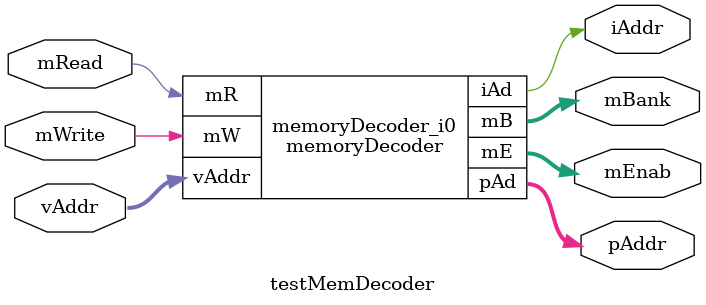
<source format=v>
/*
 * Generated by Digital. Don't modify this file!
 * Any changes will be lost if this file is regenerated.
 */
module memoryDecoder(
    input [31:0] vAddr,
    input mW,
    input mR,
    output reg [12:0] pAd,
    output reg[2:0] mE,
    output reg[1:0] mB,
    output reg iAd
);

parameter [31:0] startg=32'h10010000;
parameter [31:0] endg=32'h10011000;
parameter [31:0] starts=32'h7FFFEFFC;
parameter [31:0] ends=32'h7FFFFFFC;
parameter [31:0] startvga=32'hb800;
parameter [31:0] endvga = 32'hcabf;
parameter [31:0] startio = 32'hffff0000;
parameter [31:0] endio = 32'hffff000f;
reg [31:0] temp;

always @(*)

if(mW | mR) 
begin
    if(vAddr>= startg & vAddr<endg)begin
        temp = vAddr - 32'h10010000;
	    pAd = temp;
        iAd = 1'b0;
        mE = 3'b001; //enable datamemory
        mB = 2'b00; //accediendo datamemory
    end else if(vAddr >= starts & vAddr<ends)begin
	temp= vAddr - 32'h7fffdffc;
     	pAd = temp;
        iAd = 1'b0;
        mE = 3'b001;//enable data memory
        mB = 2'b00;//accediendo datamemory
    end else if(vAddr>=startvga & vAddr<=endvga)begin
        temp = vAddr - 32'hb800;
        pAd = temp;
        iAd = 1'b0;
        mE = 3'b010;//enable vga
        mB = 2'b01;//accediendo vga
    end else if(vAddr>=startio & vAddr<=endio)begin
        temp = vAddr - 32'hFFFF0000;
        pAd = temp;
        iAd = 1'b0;
        mE = 3'b100;//enable I/O
        mB = 2'b10;//accediendio I/O
    end else begin
        pAd = 13'd0;
        iAd = 1'b1;
        mE = 3'b000;
        mB = 2'b00;
    end
end

endmodule

module testMemDecoder (
  input [31:0] vAddr,
  input mWrite,
  input mRead,
  output [12:0] pAddr,
  output [2:0] mEnab,
  output [1:0] mBank,
  output iAddr
);
  // memoryDecoder
  memoryDecoder memoryDecoder_i0 (
    .vAddr( vAddr ),
    .mW( mWrite ),
    .mR( mRead ),
    .pAd( pAddr ),
    .mE( mEnab ),
    .mB( mBank ),
    .iAd( iAddr )
  );
endmodule

</source>
